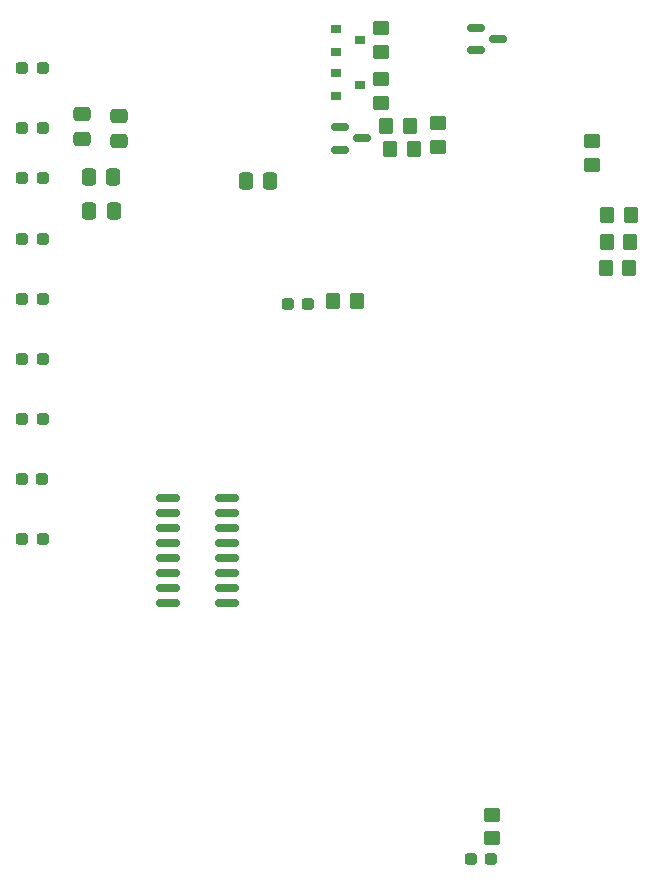
<source format=gbr>
%TF.GenerationSoftware,KiCad,Pcbnew,(6.0.1)*%
%TF.CreationDate,2022-02-13T18:39:40+00:00*%
%TF.ProjectId,module-processing,6d6f6475-6c65-42d7-9072-6f6365737369,rev?*%
%TF.SameCoordinates,Original*%
%TF.FileFunction,Paste,Top*%
%TF.FilePolarity,Positive*%
%FSLAX46Y46*%
G04 Gerber Fmt 4.6, Leading zero omitted, Abs format (unit mm)*
G04 Created by KiCad (PCBNEW (6.0.1)) date 2022-02-13 18:39:40*
%MOMM*%
%LPD*%
G01*
G04 APERTURE LIST*
G04 Aperture macros list*
%AMRoundRect*
0 Rectangle with rounded corners*
0 $1 Rounding radius*
0 $2 $3 $4 $5 $6 $7 $8 $9 X,Y pos of 4 corners*
0 Add a 4 corners polygon primitive as box body*
4,1,4,$2,$3,$4,$5,$6,$7,$8,$9,$2,$3,0*
0 Add four circle primitives for the rounded corners*
1,1,$1+$1,$2,$3*
1,1,$1+$1,$4,$5*
1,1,$1+$1,$6,$7*
1,1,$1+$1,$8,$9*
0 Add four rect primitives between the rounded corners*
20,1,$1+$1,$2,$3,$4,$5,0*
20,1,$1+$1,$4,$5,$6,$7,0*
20,1,$1+$1,$6,$7,$8,$9,0*
20,1,$1+$1,$8,$9,$2,$3,0*%
G04 Aperture macros list end*
%ADD10RoundRect,0.250000X0.337500X0.475000X-0.337500X0.475000X-0.337500X-0.475000X0.337500X-0.475000X0*%
%ADD11RoundRect,0.250000X0.475000X-0.337500X0.475000X0.337500X-0.475000X0.337500X-0.475000X-0.337500X0*%
%ADD12RoundRect,0.237500X-0.287500X-0.237500X0.287500X-0.237500X0.287500X0.237500X-0.287500X0.237500X0*%
%ADD13RoundRect,0.237500X0.287500X0.237500X-0.287500X0.237500X-0.287500X-0.237500X0.287500X-0.237500X0*%
%ADD14R,0.900000X0.800000*%
%ADD15RoundRect,0.250000X-0.450000X0.350000X-0.450000X-0.350000X0.450000X-0.350000X0.450000X0.350000X0*%
%ADD16RoundRect,0.250000X0.450000X-0.350000X0.450000X0.350000X-0.450000X0.350000X-0.450000X-0.350000X0*%
%ADD17RoundRect,0.250000X-0.350000X-0.450000X0.350000X-0.450000X0.350000X0.450000X-0.350000X0.450000X0*%
%ADD18RoundRect,0.250000X0.350000X0.450000X-0.350000X0.450000X-0.350000X-0.450000X0.350000X-0.450000X0*%
%ADD19RoundRect,0.150000X-0.587500X-0.150000X0.587500X-0.150000X0.587500X0.150000X-0.587500X0.150000X0*%
%ADD20RoundRect,0.150000X-0.825000X-0.150000X0.825000X-0.150000X0.825000X0.150000X-0.825000X0.150000X0*%
G04 APERTURE END LIST*
D10*
%TO.C,C1*%
X137907500Y-41670000D03*
X135832500Y-41670000D03*
%TD*%
%TO.C,C2*%
X137867500Y-38750000D03*
X135792500Y-38750000D03*
%TD*%
D11*
%TO.C,C4*%
X135250000Y-35515000D03*
X135250000Y-33440000D03*
%TD*%
%TO.C,C5*%
X138390000Y-35670000D03*
X138390000Y-33595000D03*
%TD*%
D12*
%TO.C,D1*%
X130152500Y-29490000D03*
X131902500Y-29490000D03*
%TD*%
%TO.C,D2*%
X130162500Y-34580000D03*
X131912500Y-34580000D03*
%TD*%
D13*
%TO.C,D4*%
X154404000Y-49530000D03*
X152654000Y-49530000D03*
%TD*%
D12*
%TO.C,D6*%
X130187500Y-43975000D03*
X131937500Y-43975000D03*
%TD*%
%TO.C,D7*%
X130162500Y-49075000D03*
X131912500Y-49075000D03*
%TD*%
%TO.C,D10*%
X130137500Y-64325000D03*
X131887500Y-64325000D03*
%TD*%
%TO.C,D11*%
X130162500Y-69375000D03*
X131912500Y-69375000D03*
%TD*%
D14*
%TO.C,Q1*%
X156750000Y-29972000D03*
X156750000Y-31872000D03*
X158750000Y-30922000D03*
%TD*%
%TO.C,Q3*%
X156750000Y-26228000D03*
X156750000Y-28128000D03*
X158750000Y-27178000D03*
%TD*%
D15*
%TO.C,R2*%
X160580000Y-30480000D03*
X160580000Y-32480000D03*
%TD*%
D16*
%TO.C,R6*%
X160574533Y-28164000D03*
X160574533Y-26164000D03*
%TD*%
D17*
%TO.C,R7*%
X156496000Y-49276000D03*
X158496000Y-49276000D03*
%TD*%
D12*
%TO.C,D5*%
X130165000Y-38815000D03*
X131915000Y-38815000D03*
%TD*%
%TO.C,D9*%
X130165000Y-59229533D03*
X131915000Y-59229533D03*
%TD*%
%TO.C,D8*%
X130162500Y-54150000D03*
X131912500Y-54150000D03*
%TD*%
D16*
%TO.C,R5*%
X169926000Y-94742000D03*
X169926000Y-92742000D03*
%TD*%
D13*
%TO.C,D3*%
X169898000Y-96520000D03*
X168148000Y-96520000D03*
%TD*%
D17*
%TO.C,R21*%
X161322000Y-36420000D03*
X163322000Y-36420000D03*
%TD*%
D18*
%TO.C,R16*%
X181578000Y-46482000D03*
X179578000Y-46482000D03*
%TD*%
D19*
%TO.C,Q4*%
X157065000Y-34530000D03*
X157065000Y-36430000D03*
X158940000Y-35480000D03*
%TD*%
D18*
%TO.C,R13*%
X181710000Y-41940000D03*
X179710000Y-41940000D03*
%TD*%
D10*
%TO.C,C3*%
X151175000Y-39130000D03*
X149100000Y-39130000D03*
%TD*%
D18*
%TO.C,R14*%
X181670000Y-44230000D03*
X179670000Y-44230000D03*
%TD*%
D15*
%TO.C,R15*%
X178430000Y-35710000D03*
X178430000Y-37710000D03*
%TD*%
D16*
%TO.C,R4*%
X165354000Y-36210000D03*
X165354000Y-34210000D03*
%TD*%
D19*
%TO.C,Q2*%
X168615000Y-26140000D03*
X168615000Y-28040000D03*
X170490000Y-27090000D03*
%TD*%
D20*
%TO.C,U1*%
X142559000Y-65913000D03*
X142559000Y-67183000D03*
X142559000Y-68453000D03*
X142559000Y-69723000D03*
X142559000Y-70993000D03*
X142559000Y-72263000D03*
X142559000Y-73533000D03*
X142559000Y-74803000D03*
X147509000Y-74803000D03*
X147509000Y-73533000D03*
X147509000Y-72263000D03*
X147509000Y-70993000D03*
X147509000Y-69723000D03*
X147509000Y-68453000D03*
X147509000Y-67183000D03*
X147509000Y-65913000D03*
%TD*%
D17*
%TO.C,R18*%
X160970000Y-34410000D03*
X162970000Y-34410000D03*
%TD*%
M02*

</source>
